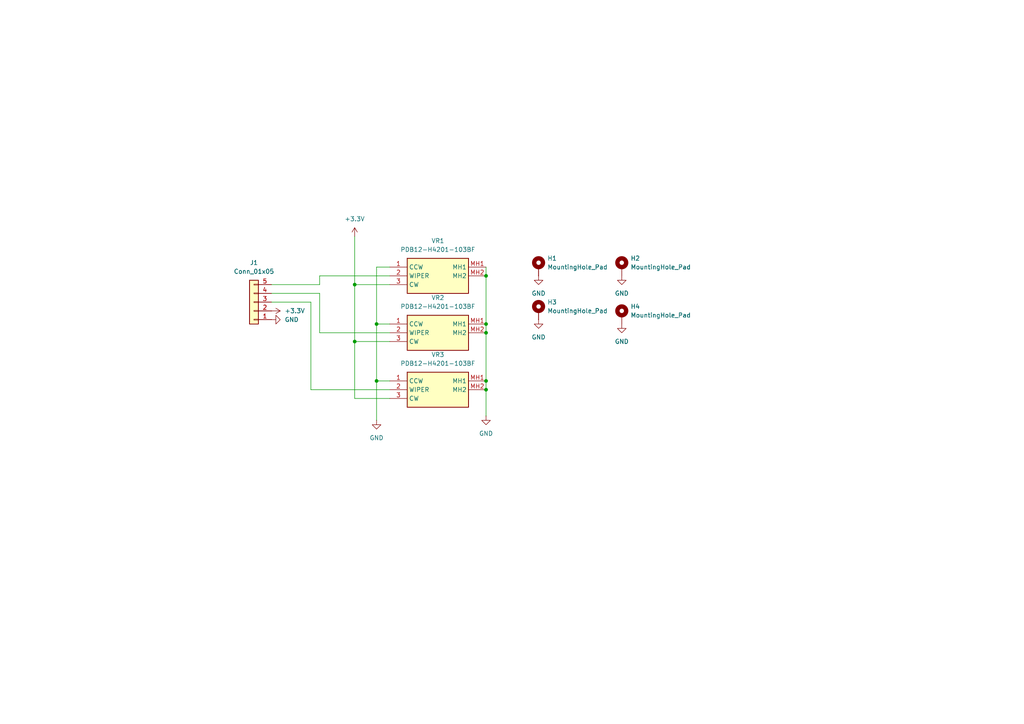
<source format=kicad_sch>
(kicad_sch (version 20250114) (generator "eeschema") (generator_version "9.0")
  (paper "A4")
  (lib_symbols
    (symbol "Connector_Generic:Conn_01x05" (pin_names (offset 1.016) (hide yes))
      (property "Reference" "J" (at 0 7.62 0))
      (property "Value" "Conn_01x05" (at 0 -7.62 0))
      (symbol "Conn_01x05_1_1"
        (rectangle (start -1.27 6.35) (end 1.27 -6.35) (stroke (width 0.254)) (fill (type background)))
        (rectangle (start -1.27 5.207) (end 0 4.953) (stroke (width 0.1524)))
        (rectangle (start -1.27 2.667) (end 0 2.413) (stroke (width 0.1524)))
        (rectangle (start -1.27 0.127) (end 0 -0.127) (stroke (width 0.1524)))
        (rectangle (start -1.27 -2.413) (end 0 -2.667) (stroke (width 0.1524)))
        (rectangle (start -1.27 -4.953) (end 0 -5.207) (stroke (width 0.1524)))
        (pin passive line (at -5.08 5.08 0) (length 3.81) (name "Pin_1") (number "1"))
        (pin passive line (at -5.08 2.54 0) (length 3.81) (name "Pin_2") (number "2"))
        (pin passive line (at -5.08 0 0) (length 3.81) (name "Pin_3") (number "3"))
        (pin passive line (at -5.08 -2.54 0) (length 3.81) (name "Pin_4") (number "4"))
        (pin passive line (at -5.08 -5.08 0) (length 3.81) (name "Pin_5") (number "5"))
      )
    )
    (symbol "Control_Panel_Symbols:PDB12-H4201-103BF"
      (property "Reference" "VR" (at 24.13 7.62 0))
      (property "Value" "PDB12-H4201-103BF" (at 24.13 5.08 0))
      (symbol "PDB12-H4201-103BF_1_1"
        (rectangle (start 5.08 2.54) (end 22.86 -7.62) (stroke (width 0.254)) (fill (type background)))
        (pin passive line (at 0 0 0) (length 5.08) (name "CCW") (number "1"))
        (pin passive line (at 0 -2.54 0) (length 5.08) (name "WIPER") (number "2"))
        (pin passive line (at 0 -5.08 0) (length 5.08) (name "CW") (number "3"))
        (pin passive line (at 27.94 0 180) (length 5.08) (name "MH1") (number "MH1"))
        (pin passive line (at 27.94 -2.54 180) (length 5.08) (name "MH2") (number "MH2"))
      )
    )
    (symbol "Mechanical:MountingHole_Pad" (pin_numbers (hide yes)) (pin_names (offset 1.016) (hide yes)) (in_bom no)
      (property "Reference" "H" (at 0 6.35 0))
      (property "Value" "MountingHole_Pad" (at 0 4.445 0))
      (symbol "MountingHole_Pad_0_1"
        (circle (center 0 1.27) (radius 1.27) (stroke (width 1.27)))
      )
      (symbol "MountingHole_Pad_1_1"
        (pin input line (at 0 -2.54 90) (length 2.54) (name "1") (number "1"))
      )
    )
    (symbol "power:+3.3V" (power) (pin_numbers (hide yes)) (pin_names (offset 0) (hide yes))
      (property "Value" "+3.3V" (at 0 3.556 0))
      (symbol "+3.3V_0_1"
        (polyline (pts (xy -0.762 1.27) (xy 0 2.54)))
        (polyline (pts (xy 0 2.54) (xy 0.762 1.27)))
        (polyline (pts (xy 0 0) (xy 0 2.54)))
      )
      (symbol "+3.3V_1_1"
        (pin power_in line (at 0 0 90) (length 0) (name "~") (number "1"))
      )
    )
    (symbol "power:GND" (power) (pin_numbers (hide yes)) (pin_names (offset 0) (hide yes))
      (property "Value" "GND" (at 0 -3.81 0))
      (symbol "GND_0_1"
        (polyline (pts (xy 0 0) (xy 0 -1.27) (xy 1.27 -1.27) (xy 0 -2.54) (xy -1.27 -1.27) (xy 0 -1.27)))
      )
      (symbol "GND_1_1"
        (pin power_in line (at 0 0 270) (length 0) (name "~") (number "1"))
      )
    )
  )
  (junction (at 140.97 113.03))
  (junction (at 109.22 110.49))
  (junction (at 102.87 99.06))
  (junction (at 140.97 93.98))
  (junction (at 109.22 93.98))
  (junction (at 140.97 110.49))
  (junction (at 140.97 80.01))
  (junction (at 102.87 82.55))
  (junction (at 140.97 96.52))
  (wire (pts (xy 109.22 110.49) (xy 113.03 110.49)))
  (wire (pts (xy 102.87 99.06) (xy 113.03 99.06)))
  (wire (pts (xy 102.87 68.58) (xy 102.87 82.55)))
  (wire (pts (xy 109.22 93.98) (xy 113.03 93.98)))
  (wire (pts (xy 113.03 82.55) (xy 102.87 82.55)))
  (wire (pts (xy 140.97 80.01) (xy 140.97 77.47)))
  (wire (pts (xy 90.17 87.63) (xy 78.74 87.63)))
  (wire (pts (xy 102.87 115.57) (xy 113.03 115.57)))
  (wire (pts (xy 92.71 85.09) (xy 92.71 96.52)))
  (wire (pts (xy 109.22 77.47) (xy 109.22 93.98)))
  (wire (pts (xy 92.71 85.09) (xy 78.74 85.09)))
  (wire (pts (xy 78.74 82.55) (xy 92.71 82.55)))
  (wire (pts (xy 102.87 82.55) (xy 102.87 99.06)))
  (wire (pts (xy 140.97 110.49) (xy 140.97 113.03)))
  (wire (pts (xy 92.71 96.52) (xy 113.03 96.52)))
  (wire (pts (xy 113.03 113.03) (xy 90.17 113.03)))
  (wire (pts (xy 109.22 93.98) (xy 109.22 110.49)))
  (wire (pts (xy 92.71 80.01) (xy 92.71 82.55)))
  (wire (pts (xy 140.97 113.03) (xy 140.97 120.65)))
  (wire (pts (xy 140.97 80.01) (xy 140.97 93.98)))
  (wire (pts (xy 90.17 113.03) (xy 90.17 87.63)))
  (wire (pts (xy 113.03 77.47) (xy 109.22 77.47)))
  (wire (pts (xy 140.97 96.52) (xy 140.97 110.49)))
  (wire (pts (xy 140.97 93.98) (xy 140.97 96.52)))
  (wire (pts (xy 109.22 110.49) (xy 109.22 121.92)))
  (wire (pts (xy 92.71 80.01) (xy 113.03 80.01)))
  (wire (pts (xy 102.87 99.06) (xy 102.87 115.57)))
  (symbol (lib_id "power:GND") (at 140.97 120.65 0) (unit 1)
    (property "Reference" "#PWR01" (effects (hide yes)))
    (property "Value" "GND" (at 140.97 125.73 0))
    (property "Description" "Power symbol creates a global label with name \"GND\" , ground" (effects (hide yes)))
  )
  (symbol (lib_id "power:GND") (at 109.22 121.92 0) (unit 1)
    (property "Reference" "#PWR02" (effects (hide yes)))
    (property "Value" "GND" (at 109.22 127 0))
    (property "Description" "Power symbol creates a global label with name \"GND\" , ground" (effects (hide yes)))
  )
  (symbol (lib_id "Control_Panel_Symbols:PDB12-H4201-103BF") (at 113.03 93.98 0) (unit 1)
    (property "Reference" "VR2" (at 127 86.36 0))
    (property "Value" "PDB12-H4201-103BF" (at 127 88.9 0))
    (property "Footprint" "Control_Panel_Footprints:PDB12H4201103BF" (effects (hide yes)))
    (property "Datasheet" "https://componentsearchengine.com/Datasheets/1/PDB12-H4201-103BF.pdf" (effects (hide yes)))
    (property "Description" "Potentiometers 10K LINEAR 12MM" (effects (hide yes)))
    (property "Height" "20" (effects (hide yes)))
    (property "Mouser Part Number" "652-PDB12-H4201103BF" (effects (hide yes)))
    (property "Mouser Price/Stock" "https://www.mouser.co.uk/ProductDetail/Bourns/PDB12-H4201-103BF?qs=70Jg7n8MCO3DZzUUcPR9ig%3D%3D" (effects (hide yes)))
    (property "Manufacturer_Name" "Bourns" (effects (hide yes)))
    (property "Manufacturer_Part_Number" "PDB12-H4201-103BF" (effects (hide yes)))
  )
  (symbol (lib_id "Mechanical:MountingHole_Pad") (at 156.21 77.47 0) (unit 1) (in_bom no)
    (property "Reference" "H1" (at 158.75 74.9299 0) (effects (justify left)))
    (property "Value" "MountingHole_Pad" (at 158.75 77.4699 0) (effects (justify left)))
    (property "Footprint" "MountingHole:MountingHole_3.2mm_M3_DIN965_Pad" (effects (hide yes)))
    (property "Description" "Mounting Hole with connection" (effects (hide yes)))
  )
  (symbol (lib_id "power:GND") (at 156.21 92.71 0) (unit 1)
    (property "Reference" "#PWR08" (effects (hide yes)))
    (property "Value" "GND" (at 156.21 97.79 0))
    (property "Description" "Power symbol creates a global label with name \"GND\" , ground" (effects (hide yes)))
  )
  (symbol (lib_id "Mechanical:MountingHole_Pad") (at 180.34 91.44 0) (unit 1) (in_bom no)
    (property "Reference" "H4" (at 182.88 88.8999 0) (effects (justify left)))
    (property "Value" "MountingHole_Pad" (at 182.88 91.4399 0) (effects (justify left)))
    (property "Footprint" "MountingHole:MountingHole_3.2mm_M3_DIN965_Pad" (effects (hide yes)))
    (property "Description" "Mounting Hole with connection" (effects (hide yes)))
  )
  (symbol (lib_id "Mechanical:MountingHole_Pad") (at 180.34 77.47 0) (unit 1) (in_bom no)
    (property "Reference" "H2" (at 182.88 74.9299 0) (effects (justify left)))
    (property "Value" "MountingHole_Pad" (at 182.88 77.4699 0) (effects (justify left)))
    (property "Footprint" "MountingHole:MountingHole_3.2mm_M3_DIN965_Pad" (effects (hide yes)))
    (property "Description" "Mounting Hole with connection" (effects (hide yes)))
  )
  (symbol (lib_id "power:+3.3V") (at 78.74 90.17 270) (unit 1)
    (property "Reference" "#PWR04" (effects (hide yes)))
    (property "Value" "+3.3V" (at 82.55 90.1699 90) (effects (justify left)))
    (property "Description" "Power symbol creates a global label with name \"+3.3V\"" (effects (hide yes)))
  )
  (symbol (lib_id "Mechanical:MountingHole_Pad") (at 156.21 90.17 0) (unit 1) (in_bom no)
    (property "Reference" "H3" (at 158.75 87.6299 0) (effects (justify left)))
    (property "Value" "MountingHole_Pad" (at 158.75 90.1699 0) (effects (justify left)))
    (property "Footprint" "MountingHole:MountingHole_3.2mm_M3_DIN965_Pad" (effects (hide yes)))
    (property "Description" "Mounting Hole with connection" (effects (hide yes)))
  )
  (symbol (lib_id "power:GND") (at 156.21 80.01 0) (unit 1)
    (property "Reference" "#PWR06" (effects (hide yes)))
    (property "Value" "GND" (at 156.21 85.09 0))
    (property "Description" "Power symbol creates a global label with name \"GND\" , ground" (effects (hide yes)))
  )
  (symbol (lib_id "power:GND") (at 180.34 93.98 0) (unit 1)
    (property "Reference" "#PWR09" (effects (hide yes)))
    (property "Value" "GND" (at 180.34 99.06 0))
    (property "Description" "Power symbol creates a global label with name \"GND\" , ground" (effects (hide yes)))
  )
  (symbol (lib_id "Connector_Generic:Conn_01x05") (at 73.66 87.63 180) (unit 1)
    (property "Reference" "J1" (at 73.66 76.2 0))
    (property "Value" "Conn_01x05" (at 73.66 78.74 0))
    (property "Footprint" "Connector_PinSocket_2.54mm:PinSocket_1x05_P2.54mm_Vertical" (effects (hide yes)))
    (property "Description" "Generic connector, single row, 01x05, script generated (kicad-library-utils/schlib/autogen/connector/)" (effects (hide yes)))
  )
  (symbol (lib_id "power:+3.3V") (at 102.87 68.58 0) (unit 1)
    (property "Reference" "#PWR03" (effects (hide yes)))
    (property "Value" "+3.3V" (at 102.87 63.5 0))
    (property "Description" "Power symbol creates a global label with name \"+3.3V\"" (effects (hide yes)))
  )
  (symbol (lib_id "Control_Panel_Symbols:PDB12-H4201-103BF") (at 113.03 77.47 0) (unit 1)
    (property "Reference" "VR1" (at 127 69.85 0))
    (property "Value" "PDB12-H4201-103BF" (at 127 72.39 0))
    (property "Footprint" "Control_Panel_Footprints:PDB12H4201103BF" (effects (hide yes)))
    (property "Datasheet" "https://componentsearchengine.com/Datasheets/1/PDB12-H4201-103BF.pdf" (effects (hide yes)))
    (property "Description" "Potentiometers 10K LINEAR 12MM" (effects (hide yes)))
    (property "Height" "20" (effects (hide yes)))
    (property "Mouser Part Number" "652-PDB12-H4201103BF" (effects (hide yes)))
    (property "Mouser Price/Stock" "https://www.mouser.co.uk/ProductDetail/Bourns/PDB12-H4201-103BF?qs=70Jg7n8MCO3DZzUUcPR9ig%3D%3D" (effects (hide yes)))
    (property "Manufacturer_Name" "Bourns" (effects (hide yes)))
    (property "Manufacturer_Part_Number" "PDB12-H4201-103BF" (effects (hide yes)))
  )
  (symbol (lib_id "Control_Panel_Symbols:PDB12-H4201-103BF") (at 113.03 110.49 0) (unit 1)
    (property "Reference" "VR3" (at 127 102.87 0))
    (property "Value" "PDB12-H4201-103BF" (at 127 105.41 0))
    (property "Footprint" "Control_Panel_Footprints:PDB12H4201103BF" (effects (hide yes)))
    (property "Datasheet" "https://componentsearchengine.com/Datasheets/1/PDB12-H4201-103BF.pdf" (effects (hide yes)))
    (property "Description" "Potentiometers 10K LINEAR 12MM" (effects (hide yes)))
    (property "Height" "20" (effects (hide yes)))
    (property "Mouser Part Number" "652-PDB12-H4201103BF" (effects (hide yes)))
    (property "Mouser Price/Stock" "https://www.mouser.co.uk/ProductDetail/Bourns/PDB12-H4201-103BF?qs=70Jg7n8MCO3DZzUUcPR9ig%3D%3D" (effects (hide yes)))
    (property "Manufacturer_Name" "Bourns" (effects (hide yes)))
    (property "Manufacturer_Part_Number" "PDB12-H4201-103BF" (effects (hide yes)))
  )
  (symbol (lib_id "power:GND") (at 78.74 92.71 90) (unit 1)
    (property "Reference" "#PWR05" (effects (hide yes)))
    (property "Value" "GND" (at 82.55 92.7099 90) (effects (justify right)))
    (property "Description" "Power symbol creates a global label with name \"GND\" , ground" (effects (hide yes)))
  )
  (symbol (lib_id "power:GND") (at 180.34 80.01 0) (unit 1)
    (property "Reference" "#PWR07" (effects (hide yes)))
    (property "Value" "GND" (at 180.34 85.09 0))
    (property "Description" "Power symbol creates a global label with name \"GND\" , ground" (effects (hide yes)))
  )
)
</source>
